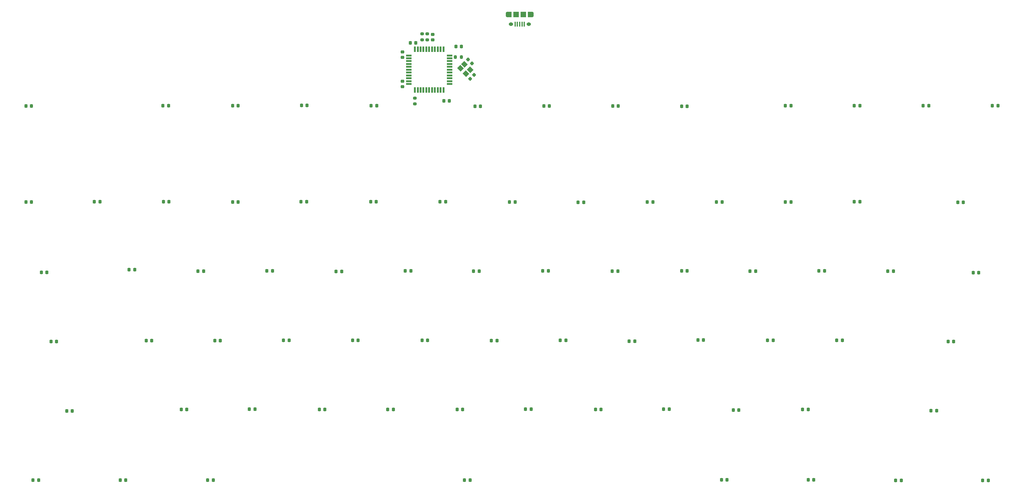
<source format=gbr>
%TF.GenerationSoftware,KiCad,Pcbnew,8.0.3*%
%TF.CreationDate,2024-06-29T11:43:36-07:00*%
%TF.ProjectId,CustomKeyboard,43757374-6f6d-44b6-9579-626f6172642e,rev?*%
%TF.SameCoordinates,Original*%
%TF.FileFunction,Paste,Bot*%
%TF.FilePolarity,Positive*%
%FSLAX46Y46*%
G04 Gerber Fmt 4.6, Leading zero omitted, Abs format (unit mm)*
G04 Created by KiCad (PCBNEW 8.0.3) date 2024-06-29 11:43:36*
%MOMM*%
%LPD*%
G01*
G04 APERTURE LIST*
G04 Aperture macros list*
%AMRoundRect*
0 Rectangle with rounded corners*
0 $1 Rounding radius*
0 $2 $3 $4 $5 $6 $7 $8 $9 X,Y pos of 4 corners*
0 Add a 4 corners polygon primitive as box body*
4,1,4,$2,$3,$4,$5,$6,$7,$8,$9,$2,$3,0*
0 Add four circle primitives for the rounded corners*
1,1,$1+$1,$2,$3*
1,1,$1+$1,$4,$5*
1,1,$1+$1,$6,$7*
1,1,$1+$1,$8,$9*
0 Add four rect primitives between the rounded corners*
20,1,$1+$1,$2,$3,$4,$5,0*
20,1,$1+$1,$4,$5,$6,$7,0*
20,1,$1+$1,$6,$7,$8,$9,0*
20,1,$1+$1,$8,$9,$2,$3,0*%
%AMRotRect*
0 Rectangle, with rotation*
0 The origin of the aperture is its center*
0 $1 length*
0 $2 width*
0 $3 Rotation angle, in degrees counterclockwise*
0 Add horizontal line*
21,1,$1,$2,0,0,$3*%
G04 Aperture macros list end*
%ADD10RoundRect,0.218750X0.218750X0.256250X-0.218750X0.256250X-0.218750X-0.256250X0.218750X-0.256250X0*%
%ADD11RoundRect,0.225000X0.250000X-0.225000X0.250000X0.225000X-0.250000X0.225000X-0.250000X-0.225000X0*%
%ADD12RoundRect,0.225000X0.335876X0.017678X0.017678X0.335876X-0.335876X-0.017678X-0.017678X-0.335876X0*%
%ADD13O,0.890000X1.550000*%
%ADD14O,1.250000X0.950000*%
%ADD15R,0.400000X1.350000*%
%ADD16R,1.200000X1.550000*%
%ADD17R,1.500000X1.550000*%
%ADD18RoundRect,0.225000X0.225000X0.250000X-0.225000X0.250000X-0.225000X-0.250000X0.225000X-0.250000X0*%
%ADD19RoundRect,0.225000X-0.017678X0.335876X-0.335876X0.017678X0.017678X-0.335876X0.335876X-0.017678X0*%
%ADD20RoundRect,0.225000X-0.250000X0.225000X-0.250000X-0.225000X0.250000X-0.225000X0.250000X0.225000X0*%
%ADD21RoundRect,0.225000X-0.225000X-0.250000X0.225000X-0.250000X0.225000X0.250000X-0.225000X0.250000X0*%
%ADD22RoundRect,0.200000X0.275000X-0.200000X0.275000X0.200000X-0.275000X0.200000X-0.275000X-0.200000X0*%
%ADD23R,0.550000X1.500000*%
%ADD24R,1.500000X0.550000*%
%ADD25RoundRect,0.200000X-0.275000X0.200000X-0.275000X-0.200000X0.275000X-0.200000X0.275000X0.200000X0*%
%ADD26RotRect,1.400000X1.200000X315.000000*%
%ADD27RoundRect,0.200000X0.200000X0.275000X-0.200000X0.275000X-0.200000X-0.275000X0.200000X-0.275000X0*%
G04 APERTURE END LIST*
D10*
%TO.C,D45*%
X119387500Y-41400000D03*
X117812500Y-41400000D03*
%TD*%
%TO.C,D21*%
X165075000Y-146500000D03*
X163500000Y-146500000D03*
%TD*%
%TO.C,D13*%
X240387500Y-126800000D03*
X238812500Y-126800000D03*
%TD*%
%TO.C,D39*%
X254987500Y-68500000D03*
X253412500Y-68500000D03*
%TD*%
%TO.C,D67*%
X283687500Y-87900000D03*
X282112500Y-87900000D03*
%TD*%
%TO.C,D53*%
X293587500Y-41500000D03*
X292012500Y-41500000D03*
%TD*%
%TO.C,D54*%
X312987500Y-41500000D03*
X311412500Y-41500000D03*
%TD*%
D11*
%TO.C,C3*%
X146100000Y-36175000D03*
X146100000Y-34625000D03*
%TD*%
D10*
%TO.C,D3*%
X85687500Y-126700000D03*
X84112500Y-126700000D03*
%TD*%
%TO.C,D23*%
X261387500Y-146400000D03*
X259812500Y-146400000D03*
%TD*%
%TO.C,D48*%
X187287500Y-41600000D03*
X185712500Y-41600000D03*
%TD*%
%TO.C,D26*%
X310287500Y-146600000D03*
X308712500Y-146600000D03*
%TD*%
%TO.C,D73*%
X133687500Y-107300000D03*
X132112500Y-107300000D03*
%TD*%
%TO.C,D49*%
X206587500Y-41600000D03*
X205012500Y-41600000D03*
%TD*%
D12*
%TO.C,C2*%
X165600000Y-29600000D03*
X164503984Y-28503984D03*
%TD*%
D10*
%TO.C,D51*%
X254987500Y-41500000D03*
X253412500Y-41500000D03*
%TD*%
%TO.C,D59*%
X129087500Y-88000000D03*
X127512500Y-88000000D03*
%TD*%
%TO.C,D46*%
X138887500Y-41500000D03*
X137312500Y-41500000D03*
%TD*%
D13*
%TO.C,J1*%
X175475000Y-15900000D03*
D14*
X176475000Y-18600000D03*
X181475000Y-18600000D03*
D13*
X182475000Y-15900000D03*
D15*
X177675000Y-18600000D03*
X178325000Y-18600000D03*
X178975000Y-18600000D03*
X179625000Y-18600000D03*
X180275000Y-18600000D03*
D16*
X176075000Y-15900000D03*
D17*
X177975000Y-15900000D03*
X179975000Y-15900000D03*
D16*
X181875000Y-15900000D03*
%TD*%
D10*
%TO.C,D62*%
X186987500Y-87800000D03*
X185412500Y-87800000D03*
%TD*%
%TO.C,D47*%
X167987500Y-41700000D03*
X166412500Y-41700000D03*
%TD*%
%TO.C,D20*%
X119287500Y-68400000D03*
X117712500Y-68400000D03*
%TD*%
%TO.C,D10*%
X80687500Y-68400000D03*
X79112500Y-68400000D03*
%TD*%
%TO.C,D16*%
X295787500Y-127000000D03*
X294212500Y-127000000D03*
%TD*%
%TO.C,D75*%
X172587500Y-107400000D03*
X171012500Y-107400000D03*
%TD*%
%TO.C,D9*%
X182187500Y-126600000D03*
X180612500Y-126600000D03*
%TD*%
%TO.C,D58*%
X109675000Y-87800000D03*
X108100000Y-87800000D03*
%TD*%
%TO.C,D15*%
X259787500Y-126700000D03*
X258212500Y-126700000D03*
%TD*%
D18*
%TO.C,C6*%
X148325000Y-23900000D03*
X149875000Y-23900000D03*
%TD*%
D10*
%TO.C,D66*%
X264375000Y-87800000D03*
X262800000Y-87800000D03*
%TD*%
%TO.C,D65*%
X245087500Y-87900000D03*
X243512500Y-87900000D03*
%TD*%
D19*
%TO.C,C1*%
X166148008Y-32851992D03*
X165051992Y-33948008D03*
%TD*%
D10*
%TO.C,D1*%
X42187500Y-68500000D03*
X40612500Y-68500000D03*
%TD*%
D20*
%TO.C,C7*%
X146100000Y-26425000D03*
X146100000Y-27975000D03*
%TD*%
D10*
%TO.C,D14*%
X100087500Y-68500000D03*
X98512500Y-68500000D03*
%TD*%
%TO.C,D25*%
X138787500Y-68400000D03*
X137212500Y-68400000D03*
%TD*%
%TO.C,D71*%
X95087500Y-107400000D03*
X93512500Y-107400000D03*
%TD*%
%TO.C,D37*%
X216287500Y-68500000D03*
X214712500Y-68500000D03*
%TD*%
D21*
%TO.C,C4*%
X157721000Y-40132000D03*
X159271000Y-40132000D03*
%TD*%
D10*
%TO.C,D81*%
X300587500Y-107600000D03*
X299012500Y-107600000D03*
%TD*%
D22*
%TO.C,R13*%
X151600000Y-23025000D03*
X151600000Y-21375000D03*
%TD*%
D10*
%TO.C,D42*%
X42187500Y-41600000D03*
X40612500Y-41600000D03*
%TD*%
D23*
%TO.C,U1*%
X149600000Y-25700000D03*
X150400000Y-25700000D03*
X151200000Y-25700000D03*
X152000000Y-25700000D03*
X152800000Y-25700000D03*
X153600000Y-25700000D03*
X154400000Y-25700000D03*
X155200000Y-25700000D03*
X156000000Y-25700000D03*
X156800000Y-25700000D03*
X157600000Y-25700000D03*
D24*
X159300000Y-27400000D03*
X159300000Y-28200000D03*
X159300000Y-29000000D03*
X159300000Y-29800000D03*
X159300000Y-30600000D03*
X159300000Y-31400000D03*
X159300000Y-32200000D03*
X159300000Y-33000000D03*
X159300000Y-33800000D03*
X159300000Y-34600000D03*
X159300000Y-35400000D03*
D23*
X157600000Y-37100000D03*
X156800000Y-37100000D03*
X156000000Y-37100000D03*
X155200000Y-37100000D03*
X154400000Y-37100000D03*
X153600000Y-37100000D03*
X152800000Y-37100000D03*
X152000000Y-37100000D03*
X151200000Y-37100000D03*
X150400000Y-37100000D03*
X149600000Y-37100000D03*
D24*
X147900000Y-35400000D03*
X147900000Y-34600000D03*
X147900000Y-33800000D03*
X147900000Y-33000000D03*
X147900000Y-32200000D03*
X147900000Y-31400000D03*
X147900000Y-30600000D03*
X147900000Y-29800000D03*
X147900000Y-29000000D03*
X147900000Y-28200000D03*
X147900000Y-27400000D03*
%TD*%
D10*
%TO.C,D63*%
X206487500Y-87900000D03*
X204912500Y-87900000D03*
%TD*%
%TO.C,D11*%
X201775000Y-126700000D03*
X200200000Y-126700000D03*
%TD*%
%TO.C,D64*%
X225887500Y-87800000D03*
X224312500Y-87800000D03*
%TD*%
%TO.C,D38*%
X235687500Y-68500000D03*
X234112500Y-68500000D03*
%TD*%
%TO.C,D68*%
X307587500Y-88300000D03*
X306012500Y-88300000D03*
%TD*%
%TO.C,D18*%
X68587500Y-146500000D03*
X67012500Y-146500000D03*
%TD*%
%TO.C,D76*%
X191887500Y-107300000D03*
X190312500Y-107300000D03*
%TD*%
%TO.C,D17*%
X44187500Y-146500000D03*
X42612500Y-146500000D03*
%TD*%
%TO.C,D60*%
X148487500Y-87800000D03*
X146912500Y-87800000D03*
%TD*%
%TO.C,D72*%
X114375000Y-107300000D03*
X112800000Y-107300000D03*
%TD*%
%TO.C,D52*%
X274287500Y-41500000D03*
X272712500Y-41500000D03*
%TD*%
%TO.C,D6*%
X124387500Y-126700000D03*
X122812500Y-126700000D03*
%TD*%
%TO.C,D77*%
X211187500Y-107500000D03*
X209612500Y-107500000D03*
%TD*%
%TO.C,D43*%
X80587500Y-41500000D03*
X79012500Y-41500000D03*
%TD*%
%TO.C,D50*%
X225887500Y-41700000D03*
X224312500Y-41700000D03*
%TD*%
%TO.C,D80*%
X269387500Y-107300000D03*
X267812500Y-107300000D03*
%TD*%
%TO.C,D4*%
X104787500Y-126600000D03*
X103212500Y-126600000D03*
%TD*%
%TO.C,D57*%
X90387500Y-87900000D03*
X88812500Y-87900000D03*
%TD*%
%TO.C,D40*%
X274275000Y-68400000D03*
X272700000Y-68400000D03*
%TD*%
%TO.C,D5*%
X61375000Y-68400000D03*
X59800000Y-68400000D03*
%TD*%
%TO.C,D22*%
X237087500Y-146400000D03*
X235512500Y-146400000D03*
%TD*%
%TO.C,D41*%
X303287500Y-68600000D03*
X301712500Y-68600000D03*
%TD*%
%TO.C,D69*%
X49187500Y-107600000D03*
X47612500Y-107600000D03*
%TD*%
%TO.C,D36*%
X196887500Y-68600000D03*
X195312500Y-68600000D03*
%TD*%
%TO.C,D35*%
X177687500Y-68500000D03*
X176112500Y-68500000D03*
%TD*%
%TO.C,D12*%
X220887500Y-126600000D03*
X219312500Y-126600000D03*
%TD*%
%TO.C,D79*%
X249987500Y-107300000D03*
X248412500Y-107300000D03*
%TD*%
%TO.C,D44*%
X100087500Y-41500000D03*
X98512500Y-41500000D03*
%TD*%
%TO.C,D55*%
X46487500Y-88200000D03*
X44912500Y-88200000D03*
%TD*%
%TO.C,D56*%
X71087500Y-87500000D03*
X69512500Y-87500000D03*
%TD*%
%TO.C,D2*%
X53587500Y-127100000D03*
X52012500Y-127100000D03*
%TD*%
D25*
%TO.C,R12*%
X153100000Y-21375000D03*
X153100000Y-23025000D03*
%TD*%
D10*
%TO.C,D24*%
X285887500Y-146600000D03*
X284312500Y-146600000D03*
%TD*%
D26*
%TO.C,Y2*%
X163487868Y-29856497D03*
X165043503Y-31412132D03*
X163912132Y-32543503D03*
X162356497Y-30987868D03*
%TD*%
D10*
%TO.C,D31*%
X158187500Y-68400000D03*
X156612500Y-68400000D03*
%TD*%
D21*
%TO.C,C5*%
X161100000Y-24900000D03*
X162650000Y-24900000D03*
%TD*%
D27*
%TO.C,R10*%
X162625000Y-27900000D03*
X160975000Y-27900000D03*
%TD*%
D25*
%TO.C,R11*%
X149600000Y-39375000D03*
X149600000Y-41025000D03*
%TD*%
D10*
%TO.C,D78*%
X230487500Y-107200000D03*
X228912500Y-107200000D03*
%TD*%
%TO.C,D8*%
X162987500Y-126700000D03*
X161412500Y-126700000D03*
%TD*%
%TO.C,D74*%
X153187500Y-107300000D03*
X151612500Y-107300000D03*
%TD*%
%TO.C,D7*%
X143587500Y-126700000D03*
X142012500Y-126700000D03*
%TD*%
%TO.C,D61*%
X167587500Y-87900000D03*
X166012500Y-87900000D03*
%TD*%
%TO.C,D19*%
X93087500Y-146500000D03*
X91512500Y-146500000D03*
%TD*%
D20*
%TO.C,C8*%
X154600000Y-21525000D03*
X154600000Y-23075000D03*
%TD*%
D10*
%TO.C,D70*%
X75887500Y-107400000D03*
X74312500Y-107400000D03*
%TD*%
M02*

</source>
